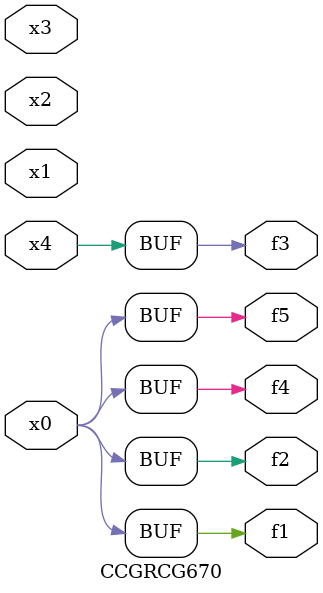
<source format=v>
module CCGRCG670(
	input x0, x1, x2, x3, x4,
	output f1, f2, f3, f4, f5
);
	assign f1 = x0;
	assign f2 = x0;
	assign f3 = x4;
	assign f4 = x0;
	assign f5 = x0;
endmodule

</source>
